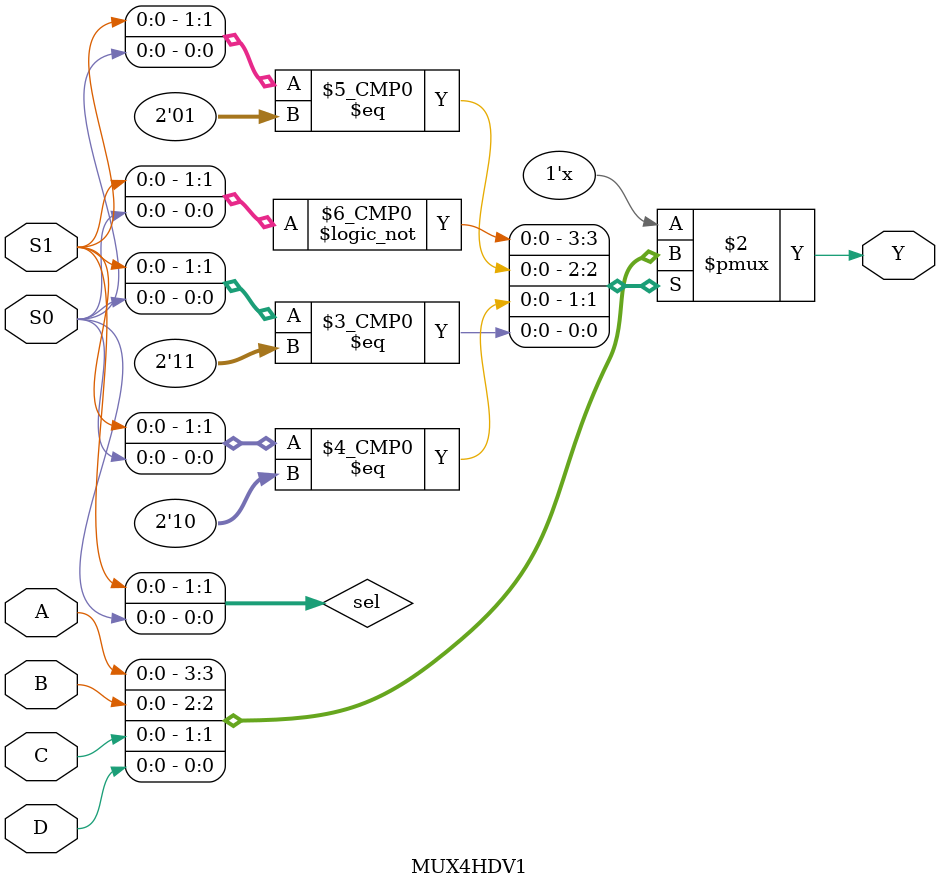
<source format=v>

module MUX4HDV1(
input           A,
input           B,
input           C,
input           D,

input           S0,
input           S1,

output          Y
);

wire [1:0] sel;
assign  sel = { S1, S0 };

always @(*)
begin
    case(sel)
        2'b00:  Y = A;
        2'b01:  Y = B;
        2'b10:  Y = C;
        2'b11:  Y = D;
    endcase
end

endmodule 

</source>
